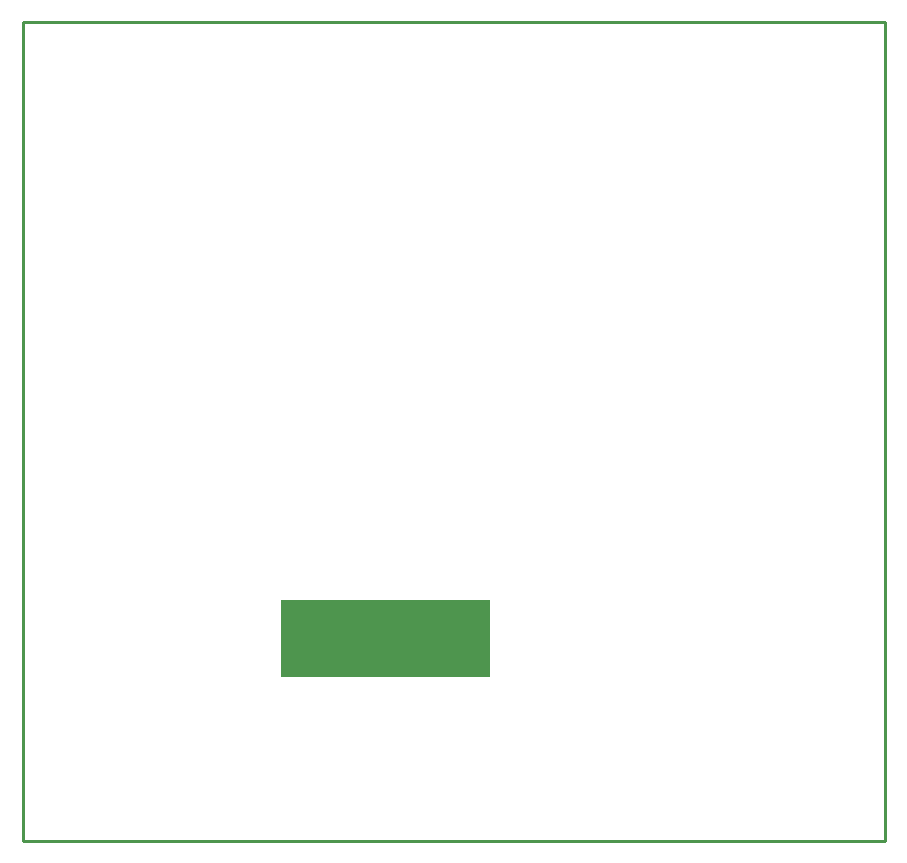
<source format=gko>
G04*
G04 #@! TF.GenerationSoftware,Altium Limited,Altium Designer,21.6.4 (81)*
G04*
G04 Layer_Color=16711935*
%FSLAX25Y25*%
%MOIN*%
G70*
G04*
G04 #@! TF.SameCoordinates,3774DA31-8614-4C77-8703-5363F9479B90*
G04*
G04*
G04 #@! TF.FilePolarity,Positive*
G04*
G01*
G75*
%ADD12C,0.01000*%
G36*
X277567Y219622D02*
X207921D01*
Y245173D01*
X277567D01*
Y219622D01*
D02*
G37*
D12*
X121805Y165000D02*
X408958D01*
X121805Y438000D02*
X408958D01*
Y165000D02*
Y438000D01*
X121805Y165000D02*
Y438000D01*
M02*

</source>
